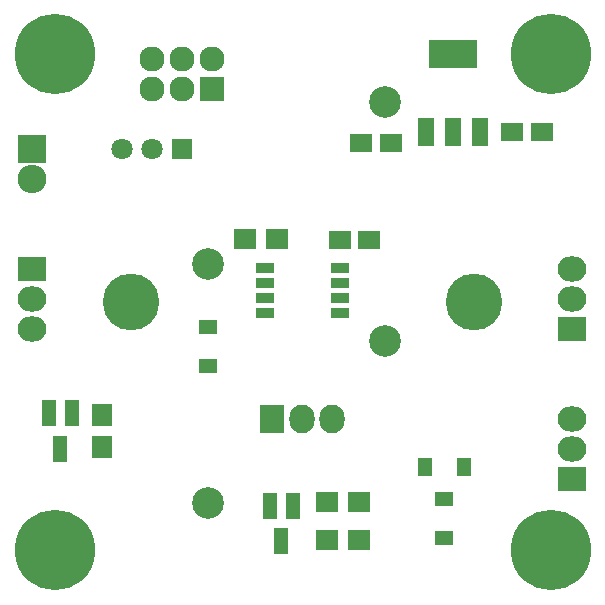
<source format=gts>
%TF.GenerationSoftware,KiCad,Pcbnew,4.0.1-stable*%
%TF.CreationDate,2016-04-03T11:40:38+01:00*%
%TF.ProjectId,rc_power_sockets,72635F706F7765725F736F636B657473,rev?*%
%TF.FileFunction,Soldermask,Top*%
%FSLAX46Y46*%
G04 Gerber Fmt 4.6, Leading zero omitted, Abs format (unit mm)*
G04 Created by KiCad (PCBNEW 4.0.1-stable) date 03/04/2016 11:40:38*
%MOMM*%
G01*
G04 APERTURE LIST*
%ADD10C,0.100000*%
%ADD11R,2.432000X2.127200*%
%ADD12O,2.432000X2.127200*%
%ADD13C,2.686000*%
%ADD14R,1.543000X0.908000*%
%ADD15R,4.057600X2.432000*%
%ADD16R,1.416000X2.432000*%
%ADD17C,6.800000*%
%ADD18R,1.200100X2.200860*%
%ADD19R,2.127200X2.432000*%
%ADD20O,2.127200X2.432000*%
%ADD21R,1.900000X1.650000*%
%ADD22R,1.900000X1.700000*%
%ADD23R,1.700000X1.900000*%
%ADD24R,2.127200X2.127200*%
%ADD25O,2.127200X2.127200*%
%ADD26R,1.620000X1.310000*%
%ADD27R,1.310000X1.620000*%
%ADD28R,2.432000X2.432000*%
%ADD29O,2.432000X2.432000*%
%ADD30C,4.800000*%
%ADD31R,1.797000X1.797000*%
%ADD32C,1.797000*%
G04 APERTURE END LIST*
D10*
D11*
X167820000Y-99980000D03*
D12*
X167820000Y-97440000D03*
X167820000Y-94900000D03*
D13*
X152000000Y-68000000D03*
X152000000Y-88240000D03*
X137000000Y-102000000D03*
X137000000Y-81760000D03*
D14*
X148175000Y-82095000D03*
X148175000Y-83365000D03*
X148175000Y-84635000D03*
X148175000Y-85905000D03*
X141825000Y-85905000D03*
X141825000Y-84635000D03*
X141825000Y-83365000D03*
X141825000Y-82095000D03*
D15*
X157750000Y-63948000D03*
D16*
X157750000Y-70552000D03*
X160036000Y-70552000D03*
X155464000Y-70552000D03*
D17*
X166000000Y-64000000D03*
D18*
X144150000Y-102198860D03*
X142250000Y-102198860D03*
X143200000Y-105201140D03*
X125450000Y-94398860D03*
X123550000Y-94398860D03*
X124500000Y-97401140D03*
D19*
X142420000Y-94900000D03*
D20*
X144960000Y-94900000D03*
X147500000Y-94900000D03*
D11*
X122100000Y-82200000D03*
D12*
X122100000Y-84740000D03*
X122100000Y-87280000D03*
D21*
X152450000Y-71500000D03*
X149950000Y-71500000D03*
X162750000Y-70600000D03*
X165250000Y-70600000D03*
X148150000Y-79700000D03*
X150650000Y-79700000D03*
D22*
X147050000Y-101900000D03*
X149750000Y-101900000D03*
D23*
X128000000Y-97250000D03*
X128000000Y-94550000D03*
D22*
X147050000Y-105100000D03*
X149750000Y-105100000D03*
X140150000Y-79650000D03*
X142850000Y-79650000D03*
D24*
X137340000Y-66960000D03*
D25*
X137340000Y-64420000D03*
X134800000Y-66960000D03*
X134800000Y-64420000D03*
X132260000Y-66960000D03*
X132260000Y-64420000D03*
D11*
X167820000Y-87280000D03*
D12*
X167820000Y-84740000D03*
X167820000Y-82200000D03*
D17*
X166000000Y-106000000D03*
X124000000Y-106000000D03*
X124000000Y-64000000D03*
D26*
X157000000Y-104935000D03*
X157000000Y-101665000D03*
D27*
X158635000Y-98900000D03*
X155365000Y-98900000D03*
D26*
X137000000Y-90385000D03*
X137000000Y-87115000D03*
D28*
X122100000Y-72040000D03*
D29*
X122100000Y-74580000D03*
D30*
X130500000Y-85000000D03*
X159500000Y-85000000D03*
D31*
X134800000Y-72040000D03*
D32*
X132260000Y-72040000D03*
X129720000Y-72040000D03*
M02*

</source>
